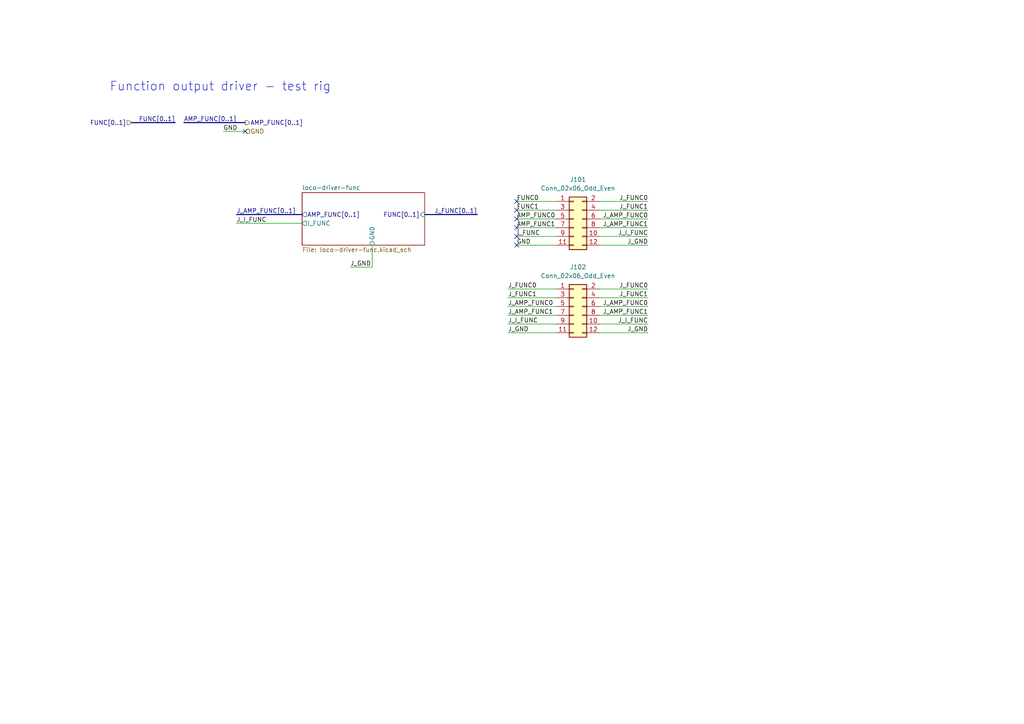
<source format=kicad_sch>
(kicad_sch
	(version 20231120)
	(generator "eeschema")
	(generator_version "8.0")
	(uuid "05e300d5-f5fa-4357-9552-f348c65b0d1e")
	(paper "A4")
	(title_block
		(title "xDuinoRail - LocDecoder - Development Kit")
		(date "2024-10-09")
		(rev "v0.2")
		(company "Chatelain Engineering, Bern - CH")
	)
	(lib_symbols
		(symbol "Connector_Generic:Conn_02x06_Odd_Even"
			(pin_names
				(offset 1.016) hide)
			(exclude_from_sim no)
			(in_bom yes)
			(on_board yes)
			(property "Reference" "J"
				(at 1.27 7.62 0)
				(effects
					(font
						(size 1.27 1.27)
					)
				)
			)
			(property "Value" "Conn_02x06_Odd_Even"
				(at 1.27 -10.16 0)
				(effects
					(font
						(size 1.27 1.27)
					)
				)
			)
			(property "Footprint" ""
				(at 0 0 0)
				(effects
					(font
						(size 1.27 1.27)
					)
					(hide yes)
				)
			)
			(property "Datasheet" "~"
				(at 0 0 0)
				(effects
					(font
						(size 1.27 1.27)
					)
					(hide yes)
				)
			)
			(property "Description" "Generic connector, double row, 02x06, odd/even pin numbering scheme (row 1 odd numbers, row 2 even numbers), script generated (kicad-library-utils/schlib/autogen/connector/)"
				(at 0 0 0)
				(effects
					(font
						(size 1.27 1.27)
					)
					(hide yes)
				)
			)
			(property "ki_keywords" "connector"
				(at 0 0 0)
				(effects
					(font
						(size 1.27 1.27)
					)
					(hide yes)
				)
			)
			(property "ki_fp_filters" "Connector*:*_2x??_*"
				(at 0 0 0)
				(effects
					(font
						(size 1.27 1.27)
					)
					(hide yes)
				)
			)
			(symbol "Conn_02x06_Odd_Even_1_1"
				(rectangle
					(start -1.27 -7.493)
					(end 0 -7.747)
					(stroke
						(width 0.1524)
						(type default)
					)
					(fill
						(type none)
					)
				)
				(rectangle
					(start -1.27 -4.953)
					(end 0 -5.207)
					(stroke
						(width 0.1524)
						(type default)
					)
					(fill
						(type none)
					)
				)
				(rectangle
					(start -1.27 -2.413)
					(end 0 -2.667)
					(stroke
						(width 0.1524)
						(type default)
					)
					(fill
						(type none)
					)
				)
				(rectangle
					(start -1.27 0.127)
					(end 0 -0.127)
					(stroke
						(width 0.1524)
						(type default)
					)
					(fill
						(type none)
					)
				)
				(rectangle
					(start -1.27 2.667)
					(end 0 2.413)
					(stroke
						(width 0.1524)
						(type default)
					)
					(fill
						(type none)
					)
				)
				(rectangle
					(start -1.27 5.207)
					(end 0 4.953)
					(stroke
						(width 0.1524)
						(type default)
					)
					(fill
						(type none)
					)
				)
				(rectangle
					(start -1.27 6.35)
					(end 3.81 -8.89)
					(stroke
						(width 0.254)
						(type default)
					)
					(fill
						(type background)
					)
				)
				(rectangle
					(start 3.81 -7.493)
					(end 2.54 -7.747)
					(stroke
						(width 0.1524)
						(type default)
					)
					(fill
						(type none)
					)
				)
				(rectangle
					(start 3.81 -4.953)
					(end 2.54 -5.207)
					(stroke
						(width 0.1524)
						(type default)
					)
					(fill
						(type none)
					)
				)
				(rectangle
					(start 3.81 -2.413)
					(end 2.54 -2.667)
					(stroke
						(width 0.1524)
						(type default)
					)
					(fill
						(type none)
					)
				)
				(rectangle
					(start 3.81 0.127)
					(end 2.54 -0.127)
					(stroke
						(width 0.1524)
						(type default)
					)
					(fill
						(type none)
					)
				)
				(rectangle
					(start 3.81 2.667)
					(end 2.54 2.413)
					(stroke
						(width 0.1524)
						(type default)
					)
					(fill
						(type none)
					)
				)
				(rectangle
					(start 3.81 5.207)
					(end 2.54 4.953)
					(stroke
						(width 0.1524)
						(type default)
					)
					(fill
						(type none)
					)
				)
				(pin passive line
					(at -5.08 5.08 0)
					(length 3.81)
					(name "Pin_1"
						(effects
							(font
								(size 1.27 1.27)
							)
						)
					)
					(number "1"
						(effects
							(font
								(size 1.27 1.27)
							)
						)
					)
				)
				(pin passive line
					(at 7.62 -5.08 180)
					(length 3.81)
					(name "Pin_10"
						(effects
							(font
								(size 1.27 1.27)
							)
						)
					)
					(number "10"
						(effects
							(font
								(size 1.27 1.27)
							)
						)
					)
				)
				(pin passive line
					(at -5.08 -7.62 0)
					(length 3.81)
					(name "Pin_11"
						(effects
							(font
								(size 1.27 1.27)
							)
						)
					)
					(number "11"
						(effects
							(font
								(size 1.27 1.27)
							)
						)
					)
				)
				(pin passive line
					(at 7.62 -7.62 180)
					(length 3.81)
					(name "Pin_12"
						(effects
							(font
								(size 1.27 1.27)
							)
						)
					)
					(number "12"
						(effects
							(font
								(size 1.27 1.27)
							)
						)
					)
				)
				(pin passive line
					(at 7.62 5.08 180)
					(length 3.81)
					(name "Pin_2"
						(effects
							(font
								(size 1.27 1.27)
							)
						)
					)
					(number "2"
						(effects
							(font
								(size 1.27 1.27)
							)
						)
					)
				)
				(pin passive line
					(at -5.08 2.54 0)
					(length 3.81)
					(name "Pin_3"
						(effects
							(font
								(size 1.27 1.27)
							)
						)
					)
					(number "3"
						(effects
							(font
								(size 1.27 1.27)
							)
						)
					)
				)
				(pin passive line
					(at 7.62 2.54 180)
					(length 3.81)
					(name "Pin_4"
						(effects
							(font
								(size 1.27 1.27)
							)
						)
					)
					(number "4"
						(effects
							(font
								(size 1.27 1.27)
							)
						)
					)
				)
				(pin passive line
					(at -5.08 0 0)
					(length 3.81)
					(name "Pin_5"
						(effects
							(font
								(size 1.27 1.27)
							)
						)
					)
					(number "5"
						(effects
							(font
								(size 1.27 1.27)
							)
						)
					)
				)
				(pin passive line
					(at 7.62 0 180)
					(length 3.81)
					(name "Pin_6"
						(effects
							(font
								(size 1.27 1.27)
							)
						)
					)
					(number "6"
						(effects
							(font
								(size 1.27 1.27)
							)
						)
					)
				)
				(pin passive line
					(at -5.08 -2.54 0)
					(length 3.81)
					(name "Pin_7"
						(effects
							(font
								(size 1.27 1.27)
							)
						)
					)
					(number "7"
						(effects
							(font
								(size 1.27 1.27)
							)
						)
					)
				)
				(pin passive line
					(at 7.62 -2.54 180)
					(length 3.81)
					(name "Pin_8"
						(effects
							(font
								(size 1.27 1.27)
							)
						)
					)
					(number "8"
						(effects
							(font
								(size 1.27 1.27)
							)
						)
					)
				)
				(pin passive line
					(at -5.08 -5.08 0)
					(length 3.81)
					(name "Pin_9"
						(effects
							(font
								(size 1.27 1.27)
							)
						)
					)
					(number "9"
						(effects
							(font
								(size 1.27 1.27)
							)
						)
					)
				)
			)
		)
	)
	(no_connect
		(at 149.86 71.12)
		(uuid "034e3ea3-8e29-43bb-8851-ced7b24ba86c")
	)
	(no_connect
		(at 149.86 58.42)
		(uuid "31f5a99e-98ef-4b62-bfcc-8d72e61e8775")
	)
	(no_connect
		(at 149.86 66.04)
		(uuid "3f97acea-1d41-47fc-8666-68a55c8c423e")
	)
	(no_connect
		(at 71.12 38.1)
		(uuid "47d5e56b-7b61-46d8-a902-a5c9a1410c57")
	)
	(no_connect
		(at 149.86 60.96)
		(uuid "69b1ba7b-63d8-4f1d-a031-ae425ee742a7")
	)
	(no_connect
		(at 149.86 68.58)
		(uuid "751f41ae-d512-46c7-9dc2-45b3e8c78aaa")
	)
	(no_connect
		(at 149.86 63.5)
		(uuid "d2ec67a3-e3c1-4f60-9925-45c1d0370a98")
	)
	(bus
		(pts
			(xy 123.19 62.23) (xy 138.43 62.23)
		)
		(stroke
			(width 0)
			(type default)
		)
		(uuid "06828302-6567-4014-9577-f3425a57497b")
	)
	(wire
		(pts
			(xy 149.86 63.5) (xy 161.29 63.5)
		)
		(stroke
			(width 0)
			(type default)
		)
		(uuid "14ee6115-0dfa-40ec-82bb-92b1047c8966")
	)
	(wire
		(pts
			(xy 161.29 86.36) (xy 147.32 86.36)
		)
		(stroke
			(width 0)
			(type default)
		)
		(uuid "17ac08b0-70b0-433e-b967-d2911c3823ac")
	)
	(bus
		(pts
			(xy 38.1 35.56) (xy 50.8 35.56)
		)
		(stroke
			(width 0)
			(type default)
		)
		(uuid "220c27e5-be08-442d-bee3-3c56599ce94c")
	)
	(wire
		(pts
			(xy 173.99 96.52) (xy 187.96 96.52)
		)
		(stroke
			(width 0)
			(type default)
		)
		(uuid "2f712224-9608-4222-9abe-8a873aa1fa5e")
	)
	(wire
		(pts
			(xy 173.99 71.12) (xy 187.96 71.12)
		)
		(stroke
			(width 0)
			(type default)
		)
		(uuid "2ff81903-db3e-43de-af23-87b5a65ffc4d")
	)
	(wire
		(pts
			(xy 149.86 68.58) (xy 161.29 68.58)
		)
		(stroke
			(width 0)
			(type default)
		)
		(uuid "33407e2f-d68c-432f-8d41-f6764768f97e")
	)
	(wire
		(pts
			(xy 68.58 64.77) (xy 87.63 64.77)
		)
		(stroke
			(width 0)
			(type default)
		)
		(uuid "364072b0-ec3e-45fd-93cd-21adbe5ccf6f")
	)
	(wire
		(pts
			(xy 173.99 86.36) (xy 187.96 86.36)
		)
		(stroke
			(width 0)
			(type default)
		)
		(uuid "3abbb796-3e3d-44b0-8cd5-4d1b84b8baa8")
	)
	(wire
		(pts
			(xy 173.99 88.9) (xy 187.96 88.9)
		)
		(stroke
			(width 0)
			(type default)
		)
		(uuid "4557c2e2-14a3-4058-8307-2761347ed1d3")
	)
	(wire
		(pts
			(xy 107.95 71.12) (xy 107.95 77.47)
		)
		(stroke
			(width 0)
			(type default)
		)
		(uuid "4c9c320c-48e4-4895-a3c1-74773f408851")
	)
	(wire
		(pts
			(xy 149.86 66.04) (xy 161.29 66.04)
		)
		(stroke
			(width 0)
			(type default)
		)
		(uuid "517d5e06-7d87-49fc-b7cc-e98ec34e6157")
	)
	(wire
		(pts
			(xy 161.29 91.44) (xy 147.32 91.44)
		)
		(stroke
			(width 0)
			(type default)
		)
		(uuid "5cf0ea67-9b22-4a12-a58a-0ede92396c07")
	)
	(wire
		(pts
			(xy 149.86 60.96) (xy 161.29 60.96)
		)
		(stroke
			(width 0)
			(type default)
		)
		(uuid "65a73717-0ea8-43e5-abcf-03242eab11b2")
	)
	(wire
		(pts
			(xy 161.29 83.82) (xy 147.32 83.82)
		)
		(stroke
			(width 0)
			(type default)
		)
		(uuid "726e30ad-2e70-4eae-9624-a522af95b660")
	)
	(wire
		(pts
			(xy 161.29 88.9) (xy 147.32 88.9)
		)
		(stroke
			(width 0)
			(type default)
		)
		(uuid "737e10af-9a25-4885-b299-3a922b9321fa")
	)
	(wire
		(pts
			(xy 147.32 93.98) (xy 161.29 93.98)
		)
		(stroke
			(width 0)
			(type default)
		)
		(uuid "73b7ce68-0195-4af3-85e6-9c4310545af6")
	)
	(wire
		(pts
			(xy 149.86 58.42) (xy 161.29 58.42)
		)
		(stroke
			(width 0)
			(type default)
		)
		(uuid "7512e5bc-a8db-48c6-9fe0-148aa2f8acd7")
	)
	(wire
		(pts
			(xy 187.96 68.58) (xy 173.99 68.58)
		)
		(stroke
			(width 0)
			(type default)
		)
		(uuid "8008e4ee-9978-4d98-97dc-0d4e7e78b60f")
	)
	(wire
		(pts
			(xy 161.29 96.52) (xy 147.32 96.52)
		)
		(stroke
			(width 0)
			(type default)
		)
		(uuid "80695a76-57df-4a0a-a11d-05baf1b8718f")
	)
	(wire
		(pts
			(xy 187.96 93.98) (xy 173.99 93.98)
		)
		(stroke
			(width 0)
			(type default)
		)
		(uuid "857215b0-16fc-4967-b389-ef77f5046616")
	)
	(wire
		(pts
			(xy 64.77 38.1) (xy 71.12 38.1)
		)
		(stroke
			(width 0)
			(type default)
		)
		(uuid "86f2b3bf-63e5-4bb3-a234-0a101980cf45")
	)
	(wire
		(pts
			(xy 173.99 83.82) (xy 187.96 83.82)
		)
		(stroke
			(width 0)
			(type default)
		)
		(uuid "8eb21a12-b61c-4f9d-b76f-e9652b59ff30")
	)
	(wire
		(pts
			(xy 173.99 91.44) (xy 187.96 91.44)
		)
		(stroke
			(width 0)
			(type default)
		)
		(uuid "a4ce818f-472e-43bb-bd5f-b52d8d592b79")
	)
	(wire
		(pts
			(xy 173.99 60.96) (xy 187.96 60.96)
		)
		(stroke
			(width 0)
			(type default)
		)
		(uuid "a99d9505-5d44-402f-b693-aebb9bdf3808")
	)
	(wire
		(pts
			(xy 101.6 77.47) (xy 107.95 77.47)
		)
		(stroke
			(width 0)
			(type default)
		)
		(uuid "ab63f539-3374-4ff5-8db8-a842ce05e4c7")
	)
	(wire
		(pts
			(xy 173.99 58.42) (xy 187.96 58.42)
		)
		(stroke
			(width 0)
			(type default)
		)
		(uuid "b5207027-0118-4491-9c09-e8761285a082")
	)
	(wire
		(pts
			(xy 173.99 66.04) (xy 187.96 66.04)
		)
		(stroke
			(width 0)
			(type default)
		)
		(uuid "ca57403d-c758-4b76-8919-a94376bfee74")
	)
	(bus
		(pts
			(xy 68.58 62.23) (xy 87.63 62.23)
		)
		(stroke
			(width 0)
			(type default)
		)
		(uuid "cc9d7606-8c45-4a1f-8389-079b2dca44a2")
	)
	(wire
		(pts
			(xy 149.86 71.12) (xy 161.29 71.12)
		)
		(stroke
			(width 0)
			(type default)
		)
		(uuid "dd47e82c-318e-40cc-8f31-f961e60e27c4")
	)
	(bus
		(pts
			(xy 53.34 35.56) (xy 71.12 35.56)
		)
		(stroke
			(width 0)
			(type default)
		)
		(uuid "f4a9fcde-952c-4c49-8f00-626a617511cc")
	)
	(wire
		(pts
			(xy 173.99 63.5) (xy 187.96 63.5)
		)
		(stroke
			(width 0)
			(type default)
		)
		(uuid "fd6073d8-d010-4d5f-b9ee-3a1e90d2e838")
	)
	(text "Function output driver - test rig"
		(exclude_from_sim no)
		(at 31.75 26.67 0)
		(effects
			(font
				(size 2.54 2.54)
			)
			(justify left bottom)
		)
		(uuid "7128dfe5-4d62-41cf-89ec-af50d189f50c")
	)
	(label "J_FUNC1"
		(at 187.96 86.36 180)
		(effects
			(font
				(size 1.27 1.27)
			)
			(justify right bottom)
		)
		(uuid "0b670c27-2e7a-448e-852a-ee3a294d470b")
	)
	(label "FUNC[0..1]"
		(at 50.8 35.56 180)
		(effects
			(font
				(size 1.27 1.27)
			)
			(justify right bottom)
		)
		(uuid "20717aa3-7f0f-45ab-b0da-3f307b8d9902")
	)
	(label "J_FUNC0"
		(at 187.96 58.42 180)
		(effects
			(font
				(size 1.27 1.27)
			)
			(justify right bottom)
		)
		(uuid "23837b03-f7b7-4834-a437-d3aff3183e08")
	)
	(label "J_AMP_FUNC0"
		(at 147.32 88.9 0)
		(effects
			(font
				(size 1.27 1.27)
			)
			(justify left bottom)
		)
		(uuid "271ddba6-1e57-41b0-9e2d-1f36912ec2c6")
	)
	(label "J_AMP_FUNC[0..1]"
		(at 68.58 62.23 0)
		(effects
			(font
				(size 1.27 1.27)
			)
			(justify left bottom)
		)
		(uuid "295126f6-2d46-4f66-a7bf-1e9588044853")
	)
	(label "J_AMP_FUNC1"
		(at 187.96 91.44 180)
		(effects
			(font
				(size 1.27 1.27)
			)
			(justify right bottom)
		)
		(uuid "2c87a7b7-d896-4b6e-a67b-fc6b160cbc22")
	)
	(label "J_AMP_FUNC0"
		(at 187.96 63.5 180)
		(effects
			(font
				(size 1.27 1.27)
			)
			(justify right bottom)
		)
		(uuid "3c6b0106-9e7e-4031-a7e2-5f5d8de6927d")
	)
	(label "AMP_FUNC[0..1]"
		(at 53.34 35.56 0)
		(effects
			(font
				(size 1.27 1.27)
			)
			(justify left bottom)
		)
		(uuid "4021ded7-f16d-462d-abb1-2fbc04d56984")
	)
	(label "AMP_FUNC0"
		(at 149.86 63.5 0)
		(effects
			(font
				(size 1.27 1.27)
			)
			(justify left bottom)
		)
		(uuid "462efba3-b60a-4a43-b550-f456e2283ba0")
	)
	(label "J_AMP_FUNC0"
		(at 187.96 88.9 180)
		(effects
			(font
				(size 1.27 1.27)
			)
			(justify right bottom)
		)
		(uuid "48b4f462-ccca-4d5f-8262-5d22edc9bdd5")
	)
	(label "J_I_FUNC"
		(at 68.58 64.77 0)
		(effects
			(font
				(size 1.27 1.27)
			)
			(justify left bottom)
		)
		(uuid "4c606e33-93ec-4906-b68f-6d246b337f3a")
	)
	(label "GND"
		(at 149.86 71.12 0)
		(effects
			(font
				(size 1.27 1.27)
			)
			(justify left bottom)
		)
		(uuid "500f9056-a187-4e86-b39a-38708706dc09")
	)
	(label "FUNC1"
		(at 149.86 60.96 0)
		(effects
			(font
				(size 1.27 1.27)
			)
			(justify left bottom)
		)
		(uuid "51991db5-57bb-40f9-8b19-d41ba680255f")
	)
	(label "J_FUNC1"
		(at 187.96 60.96 180)
		(effects
			(font
				(size 1.27 1.27)
			)
			(justify right bottom)
		)
		(uuid "594530da-7631-49b1-8f85-147ae703fc98")
	)
	(label "J_FUNC0"
		(at 187.96 83.82 180)
		(effects
			(font
				(size 1.27 1.27)
			)
			(justify right bottom)
		)
		(uuid "5d499bd5-67cb-4a72-a03f-7ff637b5363a")
	)
	(label "J_GND"
		(at 147.32 96.52 0)
		(effects
			(font
				(size 1.27 1.27)
			)
			(justify left bottom)
		)
		(uuid "6c270363-ff3a-4e76-9783-8ee0f1d8c373")
	)
	(label "J_FUNC[0..1]"
		(at 138.43 62.23 180)
		(effects
			(font
				(size 1.27 1.27)
			)
			(justify right bottom)
		)
		(uuid "7bb9b246-6060-4ae1-800e-f803e87b290a")
	)
	(label "J_FUNC1"
		(at 147.32 86.36 0)
		(effects
			(font
				(size 1.27 1.27)
			)
			(justify left bottom)
		)
		(uuid "83ab12e7-025d-4cff-87a6-58592d88ebf9")
	)
	(label "J_I_FUNC"
		(at 147.32 93.98 0)
		(effects
			(font
				(size 1.27 1.27)
			)
			(justify left bottom)
		)
		(uuid "852a2b67-b6c4-47db-97dc-7ec883b9b5d6")
	)
	(label "J_AMP_FUNC1"
		(at 187.96 66.04 180)
		(effects
			(font
				(size 1.27 1.27)
			)
			(justify right bottom)
		)
		(uuid "8c6df65b-44fb-46c8-a1d4-990a32dfda7f")
	)
	(label "GND"
		(at 64.77 38.1 0)
		(effects
			(font
				(size 1.27 1.27)
			)
			(justify left bottom)
		)
		(uuid "8d0eff7d-927f-426d-bb29-ee8ba7d272a2")
	)
	(label "J_I_FUNC"
		(at 187.96 93.98 180)
		(effects
			(font
				(size 1.27 1.27)
			)
			(justify right bottom)
		)
		(uuid "971f3a7f-8732-417b-ab38-4604f4f8ea23")
	)
	(label "AMP_FUNC1"
		(at 149.86 66.04 0)
		(effects
			(font
				(size 1.27 1.27)
			)
			(justify left bottom)
		)
		(uuid "9f07ed90-ee74-42d7-9fe9-f71e6eaae031")
	)
	(label "J_GND"
		(at 187.96 96.52 180)
		(effects
			(font
				(size 1.27 1.27)
			)
			(justify right bottom)
		)
		(uuid "afb717f1-a4c5-4a33-89c1-1a62e4d7643c")
	)
	(label "J_AMP_FUNC1"
		(at 147.32 91.44 0)
		(effects
			(font
				(size 1.27 1.27)
			)
			(justify left bottom)
		)
		(uuid "b22a2a37-4b05-46d1-a325-e1ee4ddf6955")
	)
	(label "J_GND"
		(at 187.96 71.12 180)
		(effects
			(font
				(size 1.27 1.27)
			)
			(justify right bottom)
		)
		(uuid "c26f119f-10d5-48e0-ba1e-a6bc5c5bfeb0")
	)
	(label "J_FUNC0"
		(at 147.32 83.82 0)
		(effects
			(font
				(size 1.27 1.27)
			)
			(justify left bottom)
		)
		(uuid "ce473667-2b43-4875-be41-e9e6c190435c")
	)
	(label "I_FUNC"
		(at 149.86 68.58 0)
		(effects
			(font
				(size 1.27 1.27)
			)
			(justify left bottom)
		)
		(uuid "d3f2feaa-4e4b-4fea-b111-6a08fbf5efbf")
	)
	(label "FUNC0"
		(at 149.86 58.42 0)
		(effects
			(font
				(size 1.27 1.27)
			)
			(justify left bottom)
		)
		(uuid "e6800296-7bf2-41bf-b72f-62d38b12f9aa")
	)
	(label "J_I_FUNC"
		(at 187.96 68.58 180)
		(effects
			(font
				(size 1.27 1.27)
			)
			(justify right bottom)
		)
		(uuid "eee2b59c-249a-43cf-90a8-54501215be7c")
	)
	(label "J_GND"
		(at 101.6 77.47 0)
		(effects
			(font
				(size 1.27 1.27)
			)
			(justify left bottom)
		)
		(uuid "f0180e15-34fd-4c00-8e49-c503f856e8c8")
	)
	(hierarchical_label "AMP_FUNC[0..1]"
		(shape output)
		(at 71.12 35.56 0)
		(effects
			(font
				(size 1.27 1.27)
			)
			(justify left)
		)
		(uuid "0b11b0fe-d706-43c4-8b1f-b0a353c45fed")
	)
	(hierarchical_label "GND"
		(shape input)
		(at 71.12 38.1 0)
		(effects
			(font
				(size 1.27 1.27)
			)
			(justify left)
		)
		(uuid "a50314ab-c772-4a36-8b38-2f4e57c28f11")
	)
	(hierarchical_label "FUNC[0..1]"
		(shape input)
		(at 38.1 35.56 180)
		(effects
			(font
				(size 1.27 1.27)
			)
			(justify right)
		)
		(uuid "acdb0fe6-31d6-471f-8d36-2c3f4a492461")
	)
	(symbol
		(lib_id "Connector_Generic:Conn_02x06_Odd_Even")
		(at 166.37 88.9 0)
		(unit 1)
		(exclude_from_sim no)
		(in_bom yes)
		(on_board yes)
		(dnp no)
		(fields_autoplaced yes)
		(uuid "0501060f-831e-44c7-a645-e82a092c37e7")
		(property "Reference" "J102"
			(at 167.64 77.47 0)
			(effects
				(font
					(size 1.27 1.27)
				)
			)
		)
		(property "Value" "Conn_02x06_Odd_Even"
			(at 167.64 80.01 0)
			(effects
				(font
					(size 1.27 1.27)
				)
			)
		)
		(property "Footprint" "Connector_PinSocket_2.54mm:PinSocket_2x06_P2.54mm_Vertical"
			(at 166.37 88.9 0)
			(effects
				(font
					(size 1.27 1.27)
				)
				(hide yes)
			)
		)
		(property "Datasheet" "~"
			(at 166.37 88.9 0)
			(effects
				(font
					(size 1.27 1.27)
				)
				(hide yes)
			)
		)
		(property "Description" "Generic connector, double row, 02x06, odd/even pin numbering scheme (row 1 odd numbers, row 2 even numbers), script generated (kicad-library-utils/schlib/autogen/connector/)"
			(at 166.37 88.9 0)
			(effects
				(font
					(size 1.27 1.27)
				)
				(hide yes)
			)
		)
		(pin "6"
			(uuid "f7481354-aab3-4e2d-9415-71d3fc932b4d")
		)
		(pin "11"
			(uuid "37041f0d-062e-430f-9e0a-7f3a8dabb180")
		)
		(pin "5"
			(uuid "eae7d1cc-d41f-4446-9153-93d46ecf7e37")
		)
		(pin "10"
			(uuid "12a9c968-5981-400e-884e-105220dbc125")
		)
		(pin "12"
			(uuid "7d9e9607-70a8-4308-acfa-83d151b67e72")
		)
		(pin "1"
			(uuid "49cb72fd-e499-43ee-b3b5-b592cf662c01")
		)
		(pin "2"
			(uuid "93873794-f0f5-4f46-9bb6-94a99e1a7272")
		)
		(pin "3"
			(uuid "a27e4b77-9368-40bb-9ade-7798c3b71d2e")
		)
		(pin "4"
			(uuid "fb386e4b-bb80-4b16-ba85-0fa0e3918f28")
		)
		(pin "7"
			(uuid "f95c91cf-937d-4aa7-abe6-7a2dcf93e480")
		)
		(pin "9"
			(uuid "8a141e5d-523b-4133-8c05-2fe49489c9d1")
		)
		(pin "8"
			(uuid "753adfee-1783-4112-ba70-c69bca4a6f8d")
		)
		(instances
			(project "loco-driver-func-test"
				(path "/05e300d5-f5fa-4357-9552-f348c65b0d1e"
					(reference "J102")
					(unit 1)
				)
			)
		)
	)
	(symbol
		(lib_id "Connector_Generic:Conn_02x06_Odd_Even")
		(at 166.37 63.5 0)
		(unit 1)
		(exclude_from_sim no)
		(in_bom yes)
		(on_board yes)
		(dnp no)
		(fields_autoplaced yes)
		(uuid "a3f7d436-296d-4851-8939-eb17b5867109")
		(property "Reference" "J101"
			(at 167.64 52.07 0)
			(effects
				(font
					(size 1.27 1.27)
				)
			)
		)
		(property "Value" "Conn_02x06_Odd_Even"
			(at 167.64 54.61 0)
			(effects
				(font
					(size 1.27 1.27)
				)
			)
		)
		(property "Footprint" "Connector_PinSocket_2.54mm:PinSocket_2x06_P2.54mm_Vertical"
			(at 166.37 63.5 0)
			(effects
				(font
					(size 1.27 1.27)
				)
				(hide yes)
			)
		)
		(property "Datasheet" "~"
			(at 166.37 63.5 0)
			(effects
				(font
					(size 1.27 1.27)
				)
				(hide yes)
			)
		)
		(property "Description" "Generic connector, double row, 02x06, odd/even pin numbering scheme (row 1 odd numbers, row 2 even numbers), script generated (kicad-library-utils/schlib/autogen/connector/)"
			(at 166.37 63.5 0)
			(effects
				(font
					(size 1.27 1.27)
				)
				(hide yes)
			)
		)
		(pin "6"
			(uuid "5991ae19-c00c-45b2-93f5-43b8eb397d3d")
		)
		(pin "11"
			(uuid "dd44e60e-1dc1-459f-88fa-c865719088bf")
		)
		(pin "5"
			(uuid "f1746f29-acbb-462a-9235-99811532dbed")
		)
		(pin "10"
			(uuid "eaba2d8b-9728-4235-a5ff-75a8fa472f1b")
		)
		(pin "12"
			(uuid "688c31ba-1835-4e88-857a-94db65c97417")
		)
		(pin "1"
			(uuid "0f2c56b8-2b0a-4bcf-ac4d-ac459a8bcde8")
		)
		(pin "2"
			(uuid "75fb74a7-a9ee-45d6-879c-56e1dec93db5")
		)
		(pin "3"
			(uuid "464033d3-2aff-46fa-b8cd-54cc9dcb3210")
		)
		(pin "4"
			(uuid "66d5180a-86cf-451e-9f00-2a2249d2472d")
		)
		(pin "7"
			(uuid "2ac0d5a2-6496-478d-9a61-50785992a6a1")
		)
		(pin "9"
			(uuid "459bbf17-7965-4871-9ab5-13fbb8936f16")
		)
		(pin "8"
			(uuid "3ee06dc6-3d8b-49ba-aeaf-1515e4cf4315")
		)
		(instances
			(project ""
				(path "/05e300d5-f5fa-4357-9552-f348c65b0d1e"
					(reference "J101")
					(unit 1)
				)
			)
		)
	)
	(sheet
		(at 87.63 55.88)
		(size 35.56 15.24)
		(fields_autoplaced yes)
		(stroke
			(width 0.1524)
			(type solid)
		)
		(fill
			(color 0 0 0 0.0000)
		)
		(uuid "d4f38dff-3059-4603-8995-2402d29cae24")
		(property "Sheetname" "loco-driver-func"
			(at 87.63 55.1684 0)
			(effects
				(font
					(size 1.27 1.27)
				)
				(justify left bottom)
			)
		)
		(property "Sheetfile" "loco-driver-func.kicad_sch"
			(at 87.63 71.7046 0)
			(effects
				(font
					(size 1.27 1.27)
				)
				(justify left top)
			)
		)
		(pin "AMP_FUNC[0..1]" output
			(at 87.63 62.23 180)
			(effects
				(font
					(size 1.27 1.27)
				)
				(justify left)
			)
			(uuid "6f5a75d5-e617-4363-914a-b9ea17eff301")
		)
		(pin "FUNC[0..1]" input
			(at 123.19 62.23 0)
			(effects
				(font
					(size 1.27 1.27)
				)
				(justify right)
			)
			(uuid "04acf4e1-ba6d-4038-b272-0356bea295cd")
		)
		(pin "GND" input
			(at 107.95 71.12 270)
			(effects
				(font
					(size 1.27 1.27)
				)
				(justify left)
			)
			(uuid "775ca946-7a6c-4ed2-aeac-350193f1ee10")
		)
		(pin "I_FUNC" output
			(at 87.63 64.77 180)
			(effects
				(font
					(size 1.27 1.27)
				)
				(justify left)
			)
			(uuid "050e2313-1366-444c-9118-a665a9bf0d6e")
		)
		(instances
			(project "xDuinoRail-Loco-Light-Dev"
				(path "/fb33ec4e-6596-45d2-a121-8d3475acd69a/2d459643-94b9-4c30-abe3-f8feaff092b2"
					(page "21")
				)
			)
			(project "loco-driver-func-test"
				(path "/05e300d5-f5fa-4357-9552-f348c65b0d1e"
					(page "2")
				)
			)
		)
	)
	(sheet_instances
		(path "/"
			(page "1")
		)
	)
)

</source>
